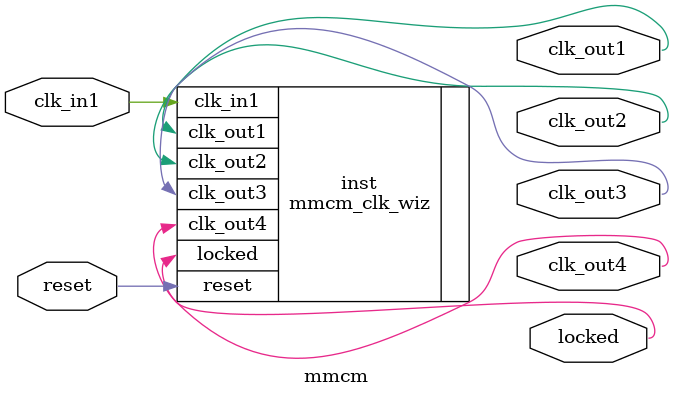
<source format=v>


`timescale 1ps/1ps

(* CORE_GENERATION_INFO = "mmcm,clk_wiz_v6_0_14_0_0,{component_name=mmcm,use_phase_alignment=true,use_min_o_jitter=false,use_max_i_jitter=false,use_dyn_phase_shift=false,use_inclk_switchover=false,use_dyn_reconfig=false,enable_axi=0,feedback_source=FDBK_AUTO,PRIMITIVE=MMCM,num_out_clk=4,clkin1_period=10.000,clkin2_period=10.000,use_power_down=false,use_reset=true,use_locked=true,use_inclk_stopped=false,feedback_type=SINGLE,CLOCK_MGR_TYPE=NA,manual_override=false}" *)

module mmcm 
 (
  // Clock out ports
  output        clk_out1,
  output        clk_out2,
  output        clk_out3,
  output        clk_out4,
  // Status and control signals
  input         reset,
  output        locked,
 // Clock in ports
  input         clk_in1
 );

  mmcm_clk_wiz inst
  (
  // Clock out ports  
  .clk_out1(clk_out1),
  .clk_out2(clk_out2),
  .clk_out3(clk_out3),
  .clk_out4(clk_out4),
  // Status and control signals               
  .reset(reset), 
  .locked(locked),
 // Clock in ports
  .clk_in1(clk_in1)
  );

endmodule

</source>
